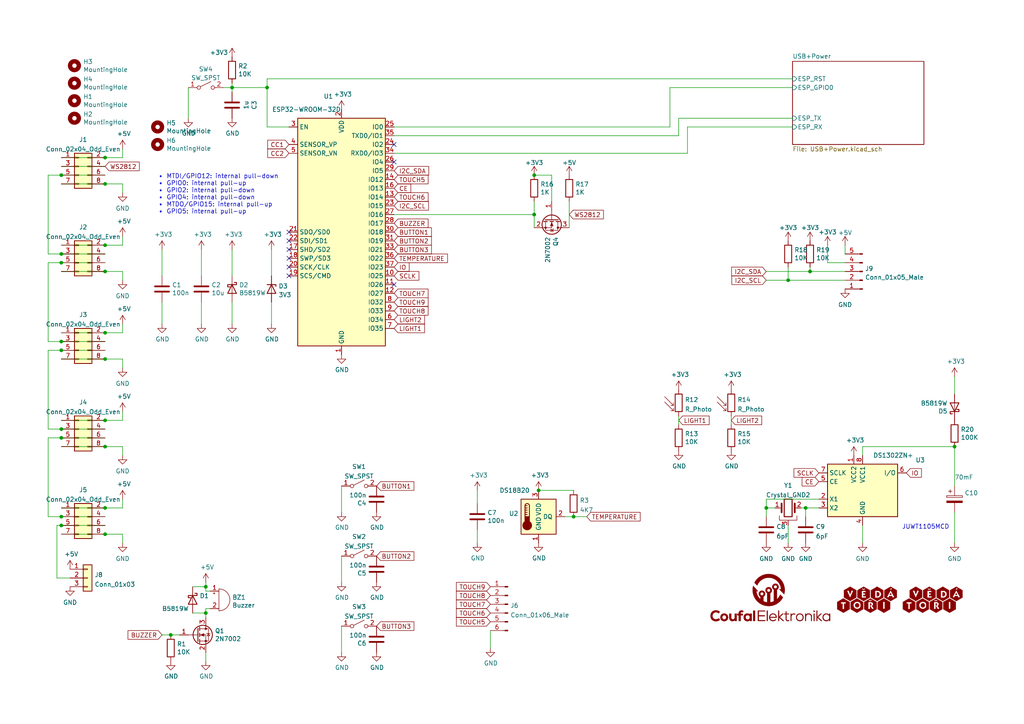
<source format=kicad_sch>
(kicad_sch (version 20211123) (generator eeschema)
  (paper "A4")
  (lib_symbols
    (symbol "Connector:Conn_01x05_Male" (pin_names (offset 1.016) hide)
      (property "Reference" "J" (at 0 7.62 0))
      (property "Value" "Conn_01x05_Male" (at 0 -7.62 0))
      (symbol "Conn_01x05_Male_1_1"
        (pin passive line (at 5.08 5.08 180) (length 3.81) (name "Pin_1") (number "1"))
        (pin passive line (at 5.08 2.54 180) (length 3.81) (name "Pin_2") (number "2"))
        (pin passive line (at 5.08 0 180) (length 3.81) (name "Pin_3") (number "3"))
        (pin passive line (at 5.08 -2.54 180) (length 3.81) (name "Pin_4") (number "4"))
        (pin passive line (at 5.08 -5.08 180) (length 3.81) (name "Pin_5") (number "5"))
      )
    )
    (symbol "Connector:Conn_01x06_Male" (pin_names (offset 1.016) hide)
      (property "Reference" "J" (at 0 7.62 0))
      (property "Value" "Conn_01x06_Male" (at 0 -10.16 0))
      (symbol "Conn_01x06_Male_1_1"
        (pin passive line (at 5.08 5.08 180) (length 3.81) (name "Pin_1") (number "1"))
        (pin passive line (at 5.08 2.54 180) (length 3.81) (name "Pin_2") (number "2"))
        (pin passive line (at 5.08 0 180) (length 3.81) (name "Pin_3") (number "3"))
        (pin passive line (at 5.08 -2.54 180) (length 3.81) (name "Pin_4") (number "4"))
        (pin passive line (at 5.08 -5.08 180) (length 3.81) (name "Pin_5") (number "5"))
        (pin passive line (at 5.08 -7.62 180) (length 3.81) (name "Pin_6") (number "6"))
      )
    )
    (symbol "Connector_Generic:Conn_01x03" (pin_names (offset 1.016) hide)
      (property "Reference" "J" (at 0 5.08 0))
      (property "Value" "Conn_01x03" (at 0 -5.08 0))
      (symbol "Conn_01x03_1_1"
        (pin passive line (at -5.08 2.54 0) (length 3.81) (name "Pin_1") (number "1"))
        (pin passive line (at -5.08 0 0) (length 3.81) (name "Pin_2") (number "2"))
        (pin passive line (at -5.08 -2.54 0) (length 3.81) (name "Pin_3") (number "3"))
      )
    )
    (symbol "Connector_Generic:Conn_02x04_Odd_Even" (pin_names (offset 1.016) hide)
      (property "Reference" "J" (at 1.27 5.08 0))
      (property "Value" "Conn_02x04_Odd_Even" (at 1.27 -7.62 0))
      (symbol "Conn_02x04_Odd_Even_1_1"
        (pin passive line (at -5.08 2.54 0) (length 3.81) (name "Pin_1") (number "1"))
        (pin passive line (at 7.62 2.54 180) (length 3.81) (name "Pin_2") (number "2"))
        (pin passive line (at -5.08 0 0) (length 3.81) (name "Pin_3") (number "3"))
        (pin passive line (at 7.62 0 180) (length 3.81) (name "Pin_4") (number "4"))
        (pin passive line (at -5.08 -2.54 0) (length 3.81) (name "Pin_5") (number "5"))
        (pin passive line (at 7.62 -2.54 180) (length 3.81) (name "Pin_6") (number "6"))
        (pin passive line (at -5.08 -5.08 0) (length 3.81) (name "Pin_7") (number "7"))
        (pin passive line (at 7.62 -5.08 180) (length 3.81) (name "Pin_8") (number "8"))
      )
    )
    (symbol "Device:Buzzer" (pin_names (offset 0.0254) hide)
      (property "Reference" "BZ" (at 3.81 1.27 0))
      (property "Value" "Buzzer" (at 3.81 -1.27 0))
      (symbol "Buzzer_1_1"
        (pin passive line (at -2.54 2.54 0) (length 2.54) (name "-") (number "1"))
        (pin passive line (at -2.54 -2.54 0) (length 2.54) (name "+") (number "2"))
      )
    )
    (symbol "Device:C" (pin_numbers hide) (pin_names (offset 0.254))
      (property "Reference" "C" (at 0.635 2.54 0))
      (property "Value" "C" (at 0.635 -2.54 0))
      (symbol "C_1_1"
        (pin passive line (at 0 3.81 270) (length 2.794) (name "~") (number "1"))
        (pin passive line (at 0 -3.81 90) (length 2.794) (name "~") (number "2"))
      )
    )
    (symbol "Device:C_Polarized" (pin_numbers hide) (pin_names (offset 0.254))
      (property "Reference" "C" (at 0.635 2.54 0))
      (property "Value" "C_Polarized" (at 0.635 -2.54 0))
      (symbol "C_Polarized_1_1"
        (pin passive line (at 0 3.81 270) (length 2.794) (name "~") (number "1"))
        (pin passive line (at 0 -3.81 90) (length 2.794) (name "~") (number "2"))
      )
    )
    (symbol "Device:Crystal_GND3" (pin_names (offset 1.016) hide)
      (property "Reference" "Y" (at 0 5.715 0))
      (property "Value" "Crystal_GND3" (at 0 3.81 0))
      (symbol "Crystal_GND3_1_1"
        (pin passive line (at -3.81 0 0) (length 1.27) (name "1") (number "1"))
        (pin passive line (at 3.81 0 180) (length 1.27) (name "2") (number "2"))
        (pin passive line (at 0 -5.08 90) (length 1.27) (name "3") (number "3"))
      )
    )
    (symbol "Device:D_Schottky" (pin_numbers hide) (pin_names (offset 1.016) hide)
      (property "Reference" "D" (at 0 2.54 0))
      (property "Value" "D_Schottky" (at 0 -2.54 0))
      (symbol "D_Schottky_1_1"
        (pin passive line (at -3.81 0 0) (length 2.54) (name "K") (number "1"))
        (pin passive line (at 3.81 0 180) (length 2.54) (name "A") (number "2"))
      )
    )
    (symbol "Device:D_Zener" (pin_numbers hide) (pin_names (offset 1.016) hide)
      (property "Reference" "D" (at 0 2.54 0))
      (property "Value" "D_Zener" (at 0 -2.54 0))
      (symbol "D_Zener_1_1"
        (pin passive line (at -3.81 0 0) (length 2.54) (name "K") (number "1"))
        (pin passive line (at 3.81 0 180) (length 2.54) (name "A") (number "2"))
      )
    )
    (symbol "Device:R" (pin_numbers hide) (pin_names (offset 0))
      (property "Reference" "R" (at 2.032 0 90))
      (property "Value" "R" (at 0 0 90))
      (symbol "R_1_1"
        (pin passive line (at 0 3.81 270) (length 1.27) (name "~") (number "1"))
        (pin passive line (at 0 -3.81 90) (length 1.27) (name "~") (number "2"))
      )
    )
    (symbol "Device:R_Photo" (pin_numbers hide) (pin_names (offset 0))
      (property "Reference" "R" (at 1.27 1.27 0))
      (property "Value" "R_Photo" (at 1.27 0 0))
      (symbol "R_Photo_1_1"
        (pin passive line (at 0 3.81 270) (length 1.27) (name "~") (number "1"))
        (pin passive line (at 0 -3.81 90) (length 1.27) (name "~") (number "2"))
      )
    )
    (symbol "Mechanical:MountingHole" (pin_names (offset 1.016))
      (property "Reference" "H" (at 0 5.08 0))
      (property "Value" "MountingHole" (at 0 3.175 0))
    )
    (symbol "RF_Module:ESP32-WROOM-32D"
      (property "Reference" "U" (at -12.7 34.29 0))
      (property "Value" "ESP32-WROOM-32D" (at 1.27 34.29 0))
      (symbol "ESP32-WROOM-32D_1_1"
        (pin power_in line (at 0 -35.56 90) (length 2.54) (name "GND") (number "1"))
        (pin bidirectional line (at 15.24 -12.7 180) (length 2.54) (name "IO25") (number "10"))
        (pin bidirectional line (at 15.24 -15.24 180) (length 2.54) (name "IO26") (number "11"))
        (pin bidirectional line (at 15.24 -17.78 180) (length 2.54) (name "IO27") (number "12"))
        (pin bidirectional line (at 15.24 10.16 180) (length 2.54) (name "IO14") (number "13"))
        (pin bidirectional line (at 15.24 15.24 180) (length 2.54) (name "IO12") (number "14"))
        (pin passive line (at 0 -35.56 90) (length 2.54) hide (name "GND") (number "15"))
        (pin bidirectional line (at 15.24 12.7 180) (length 2.54) (name "IO13") (number "16"))
        (pin bidirectional line (at -15.24 -5.08 0) (length 2.54) (name "SHD/SD2") (number "17"))
        (pin bidirectional line (at -15.24 -7.62 0) (length 2.54) (name "SWP/SD3") (number "18"))
        (pin bidirectional line (at -15.24 -12.7 0) (length 2.54) (name "SCS/CMD") (number "19"))
        (pin power_in line (at 0 35.56 270) (length 2.54) (name "VDD") (number "2"))
        (pin bidirectional line (at -15.24 -10.16 0) (length 2.54) (name "SCK/CLK") (number "20"))
        (pin bidirectional line (at -15.24 0 0) (length 2.54) (name "SDO/SD0") (number "21"))
        (pin bidirectional line (at -15.24 -2.54 0) (length 2.54) (name "SDI/SD1") (number "22"))
        (pin bidirectional line (at 15.24 7.62 180) (length 2.54) (name "IO15") (number "23"))
        (pin bidirectional line (at 15.24 25.4 180) (length 2.54) (name "IO2") (number "24"))
        (pin bidirectional line (at 15.24 30.48 180) (length 2.54) (name "IO0") (number "25"))
        (pin bidirectional line (at 15.24 20.32 180) (length 2.54) (name "IO4") (number "26"))
        (pin bidirectional line (at 15.24 5.08 180) (length 2.54) (name "IO16") (number "27"))
        (pin bidirectional line (at 15.24 2.54 180) (length 2.54) (name "IO17") (number "28"))
        (pin bidirectional line (at 15.24 17.78 180) (length 2.54) (name "IO5") (number "29"))
        (pin input line (at -15.24 30.48 0) (length 2.54) (name "EN") (number "3"))
        (pin bidirectional line (at 15.24 0 180) (length 2.54) (name "IO18") (number "30"))
        (pin bidirectional line (at 15.24 -2.54 180) (length 2.54) (name "IO19") (number "31"))
        (pin no_connect line (at -12.7 -27.94 0) (length 2.54) hide (name "NC") (number "32"))
        (pin bidirectional line (at 15.24 -5.08 180) (length 2.54) (name "IO21") (number "33"))
        (pin bidirectional line (at 15.24 22.86 180) (length 2.54) (name "RXD0/IO3") (number "34"))
        (pin bidirectional line (at 15.24 27.94 180) (length 2.54) (name "TXD0/IO1") (number "35"))
        (pin bidirectional line (at 15.24 -7.62 180) (length 2.54) (name "IO22") (number "36"))
        (pin bidirectional line (at 15.24 -10.16 180) (length 2.54) (name "IO23") (number "37"))
        (pin passive line (at 0 -35.56 90) (length 2.54) hide (name "GND") (number "38"))
        (pin passive line (at 0 -35.56 90) (length 2.54) hide (name "GND") (number "39"))
        (pin input line (at -15.24 25.4 0) (length 2.54) (name "SENSOR_VP") (number "4"))
        (pin input line (at -15.24 22.86 0) (length 2.54) (name "SENSOR_VN") (number "5"))
        (pin input line (at 15.24 -25.4 180) (length 2.54) (name "IO34") (number "6"))
        (pin input line (at 15.24 -27.94 180) (length 2.54) (name "IO35") (number "7"))
        (pin bidirectional line (at 15.24 -20.32 180) (length 2.54) (name "IO32") (number "8"))
        (pin bidirectional line (at 15.24 -22.86 180) (length 2.54) (name "IO33") (number "9"))
      )
    )
    (symbol "Sensor_Temperature:DS18B20" (pin_names (offset 1.016))
      (property "Reference" "U" (at -3.81 6.35 0))
      (property "Value" "DS18B20" (at 6.35 6.35 0))
      (symbol "DS18B20_1_1"
        (pin power_in line (at 0 -7.62 90) (length 2.54) (name "GND") (number "1"))
        (pin bidirectional line (at 7.62 0 180) (length 2.54) (name "DQ") (number "2"))
        (pin power_in line (at 0 7.62 270) (length 2.54) (name "VDD") (number "3"))
      )
    )
    (symbol "Switch:SW_SPST" (pin_names (offset 0) hide)
      (property "Reference" "SW" (at 0 3.175 0))
      (property "Value" "SW_SPST" (at 0 -2.54 0))
      (symbol "SW_SPST_1_1"
        (pin passive line (at -5.08 0 0) (length 2.54) (name "A") (number "1"))
        (pin passive line (at 5.08 0 180) (length 2.54) (name "B") (number "2"))
      )
    )
    (symbol "Time-O-Mat_Library:CoufalElektronika_logo" (pin_names (offset 1.016)))
    (symbol "Time-O-Mat_Library:Vedatori_logo" (pin_names (offset 1.016)))
    (symbol "Timer_RTC:DS1302ZN+"
      (property "Reference" "U" (at -8.89 8.89 0))
      (property "Value" "DS1302ZN+" (at 6.35 8.89 0))
      (symbol "DS1302ZN+_1_1"
        (pin power_in line (at -2.54 10.16 270) (length 2.54) (name "VCC2") (number "1"))
        (pin input line (at -12.7 -2.54 0) (length 2.54) (name "X1") (number "2"))
        (pin input line (at -12.7 -5.08 0) (length 2.54) (name "X2") (number "3"))
        (pin power_in line (at 0 -10.16 90) (length 2.54) (name "GND") (number "4"))
        (pin input line (at -12.7 2.54 0) (length 2.54) (name "CE") (number "5"))
        (pin bidirectional line (at 12.7 5.08 180) (length 2.54) (name "I/O") (number "6"))
        (pin input line (at -12.7 5.08 0) (length 2.54) (name "SCLK") (number "7"))
        (pin power_in line (at 0 10.16 270) (length 2.54) (name "VCC1") (number "8"))
      )
    )
    (symbol "Transistor_FET:2N7002" (pin_names hide)
      (property "Reference" "Q" (at 5.08 1.905 0))
      (property "Value" "2N7002" (at 5.08 0 0))
      (symbol "2N7002_1_1"
        (pin input line (at -5.08 0 0) (length 2.54) (name "G") (number "1"))
        (pin passive line (at 2.54 -5.08 90) (length 2.54) (name "S") (number "2"))
        (pin passive line (at 2.54 5.08 270) (length 2.54) (name "D") (number "3"))
      )
    )
    (symbol "power:+3V3" (power) (pin_names (offset 0))
      (property "Value" "+3V3" (at 0 3.556 0))
      (symbol "+3V3_1_1"
        (pin power_in line (at 0 0 90) (length 0) hide (name "+3V3") (number "1"))
      )
    )
    (symbol "power:+5V" (power) (pin_names (offset 0))
      (property "Value" "+5V" (at 0 3.556 0))
      (symbol "+5V_1_1"
        (pin power_in line (at 0 0 90) (length 0) hide (name "+5V") (number "1"))
      )
    )
    (symbol "power:GND" (power) (pin_names (offset 0))
      (property "Value" "GND" (at 0 -3.81 0))
      (symbol "GND_1_1"
        (pin power_in line (at 0 0 270) (length 0) hide (name "GND") (number "1"))
      )
    )
  )
  (junction (at 17.78 152.4))
  (junction (at 30.48 53.34))
  (junction (at 59.69 170.18))
  (junction (at 49.53 184.15))
  (junction (at 222.25 147.32))
  (junction (at 156.21 142.24))
  (junction (at 30.48 121.92))
  (junction (at 17.78 99.06))
  (junction (at 30.48 96.52))
  (junction (at 233.68 147.32))
  (junction (at 17.78 73.66))
  (junction (at 17.78 124.46))
  (junction (at 154.94 50.8))
  (junction (at 30.48 104.14))
  (junction (at 166.37 149.86))
  (junction (at 30.48 78.74))
  (junction (at 77.47 25.4))
  (junction (at 228.6 81.28))
  (junction (at 276.86 129.54))
  (junction (at 17.78 127))
  (junction (at 17.78 76.2))
  (junction (at 30.48 147.32))
  (junction (at 30.48 71.12))
  (junction (at 17.78 101.6))
  (junction (at 17.78 50.8))
  (junction (at 234.95 78.74))
  (junction (at 17.78 149.86))
  (junction (at 30.48 45.72))
  (junction (at 30.48 129.54))
  (junction (at 30.48 154.94))
  (junction (at 59.69 177.8))
  (junction (at 154.94 62.23))
  (junction (at 67.31 25.4))
  (no_connect (at 83.82 69.85))
  (no_connect (at 114.3 82.55))
  (no_connect (at 83.82 72.39))
  (no_connect (at 83.82 74.93))
  (no_connect (at 114.3 46.99))
  (no_connect (at 83.82 80.01))
  (no_connect (at 114.3 41.91))
  (no_connect (at 83.82 77.47))
  (no_connect (at 83.82 67.31))
  (wire (pts (xy 77.47 36.83) (xy 77.47 25.4)))
  (wire (pts (xy 35.56 55.88) (xy 35.56 53.34)))
  (wire (pts (xy 229.87 25.4) (xy 194.31 25.4)))
  (wire (pts (xy 35.56 129.54) (xy 30.48 129.54)))
  (wire (pts (xy 250.19 129.54) (xy 250.19 132.08)))
  (wire (pts (xy 17.78 78.74) (xy 30.48 78.74)))
  (wire (pts (xy 237.49 144.78) (xy 222.25 144.78)))
  (wire (pts (xy 67.31 25.4) (xy 77.47 25.4)))
  (wire (pts (xy 13.97 124.46) (xy 17.78 124.46)))
  (wire (pts (xy 17.78 50.8) (xy 13.97 50.8)))
  (wire (pts (xy 59.69 191.77) (xy 59.69 189.23)))
  (wire (pts (xy 138.43 153.67) (xy 138.43 157.48)))
  (wire (pts (xy 64.77 25.4) (xy 67.31 25.4)))
  (wire (pts (xy 17.78 152.4) (xy 30.48 152.4)))
  (wire (pts (xy 30.48 121.92) (xy 35.56 121.92)))
  (wire (pts (xy 60.96 176.53) (xy 59.69 176.53)))
  (wire (pts (xy 163.83 149.86) (xy 166.37 149.86)))
  (wire (pts (xy 160.02 50.8) (xy 154.94 50.8)))
  (wire (pts (xy 78.74 72.39) (xy 78.74 80.01)))
  (wire (pts (xy 224.79 147.32) (xy 222.25 147.32)))
  (wire (pts (xy 30.48 71.12) (xy 35.56 71.12)))
  (wire (pts (xy 276.86 148.59) (xy 276.86 157.48)))
  (wire (pts (xy 276.86 114.3) (xy 276.86 109.22)))
  (wire (pts (xy 142.24 182.88) (xy 142.24 187.96)))
  (wire (pts (xy 222.25 81.28) (xy 228.6 81.28)))
  (wire (pts (xy 77.47 22.86) (xy 229.87 22.86)))
  (wire (pts (xy 17.78 154.94) (xy 30.48 154.94)))
  (wire (pts (xy 114.3 62.23) (xy 154.94 62.23)))
  (wire (pts (xy 17.78 48.26) (xy 30.48 48.26)))
  (wire (pts (xy 13.97 101.6) (xy 13.97 124.46)))
  (wire (pts (xy 245.11 71.12) (xy 245.11 73.66)))
  (wire (pts (xy 196.85 34.29) (xy 196.85 39.37)))
  (wire (pts (xy 59.69 171.45) (xy 60.96 171.45)))
  (wire (pts (xy 154.94 58.42) (xy 154.94 62.23)))
  (wire (pts (xy 13.97 99.06) (xy 17.78 99.06)))
  (wire (pts (xy 138.43 146.05) (xy 138.43 142.24)))
  (wire (pts (xy 59.69 170.18) (xy 55.88 170.18)))
  (wire (pts (xy 212.09 120.65) (xy 212.09 123.19)))
  (wire (pts (xy 35.56 121.92) (xy 35.56 119.38)))
  (wire (pts (xy 17.78 45.72) (xy 30.48 45.72)))
  (wire (pts (xy 222.25 147.32) (xy 222.25 149.86)))
  (wire (pts (xy 67.31 93.98) (xy 67.31 87.63)))
  (wire (pts (xy 13.97 127) (xy 13.97 149.86)))
  (wire (pts (xy 17.78 99.06) (xy 30.48 99.06)))
  (wire (pts (xy 35.56 154.94) (xy 30.48 154.94)))
  (wire (pts (xy 35.56 106.68) (xy 35.56 104.14)))
  (wire (pts (xy 67.31 80.01) (xy 67.31 72.39)))
  (wire (pts (xy 233.68 147.32) (xy 233.68 149.86)))
  (wire (pts (xy 229.87 36.83) (xy 199.39 36.83)))
  (wire (pts (xy 35.56 71.12) (xy 35.56 68.58)))
  (wire (pts (xy 35.56 104.14) (xy 30.48 104.14)))
  (wire (pts (xy 30.48 147.32) (xy 35.56 147.32)))
  (wire (pts (xy 30.48 45.72) (xy 35.56 45.72)))
  (wire (pts (xy 59.69 168.91) (xy 59.69 170.18)))
  (wire (pts (xy 228.6 152.4) (xy 228.6 157.48)))
  (wire (pts (xy 232.41 147.32) (xy 233.68 147.32)))
  (wire (pts (xy 67.31 26.67) (xy 67.31 25.4)))
  (wire (pts (xy 99.06 181.61) (xy 99.06 189.23)))
  (wire (pts (xy 17.78 71.12) (xy 30.48 71.12)))
  (wire (pts (xy 199.39 44.45) (xy 114.3 44.45)))
  (wire (pts (xy 17.78 147.32) (xy 30.48 147.32)))
  (wire (pts (xy 196.85 39.37) (xy 114.3 39.37)))
  (wire (pts (xy 46.99 80.01) (xy 46.99 72.39)))
  (wire (pts (xy 199.39 36.83) (xy 199.39 44.45)))
  (wire (pts (xy 13.97 73.66) (xy 17.78 73.66)))
  (wire (pts (xy 240.03 76.2) (xy 240.03 71.12)))
  (wire (pts (xy 17.78 101.6) (xy 30.48 101.6)))
  (wire (pts (xy 17.78 104.14) (xy 30.48 104.14)))
  (wire (pts (xy 17.78 121.92) (xy 30.48 121.92)))
  (wire (pts (xy 49.53 184.15) (xy 46.99 184.15)))
  (wire (pts (xy 17.78 76.2) (xy 30.48 76.2)))
  (wire (pts (xy 99.06 140.97) (xy 99.06 148.59)))
  (wire (pts (xy 234.95 78.74) (xy 245.11 78.74)))
  (wire (pts (xy 17.78 53.34) (xy 30.48 53.34)))
  (wire (pts (xy 17.78 76.2) (xy 13.97 76.2)))
  (wire (pts (xy 46.99 87.63) (xy 46.99 93.98)))
  (wire (pts (xy 16.51 167.64) (xy 16.51 152.4)))
  (wire (pts (xy 234.95 77.47) (xy 234.95 78.74)))
  (wire (pts (xy 196.85 120.65) (xy 196.85 123.19)))
  (wire (pts (xy 35.56 78.74) (xy 30.48 78.74)))
  (wire (pts (xy 194.31 25.4) (xy 194.31 36.83)))
  (wire (pts (xy 20.32 167.64) (xy 16.51 167.64)))
  (wire (pts (xy 13.97 50.8) (xy 13.97 73.66)))
  (wire (pts (xy 233.68 147.32) (xy 237.49 147.32)))
  (wire (pts (xy 166.37 149.86) (xy 170.18 149.86)))
  (wire (pts (xy 222.25 144.78) (xy 222.25 147.32)))
  (wire (pts (xy 13.97 149.86) (xy 17.78 149.86)))
  (wire (pts (xy 245.11 76.2) (xy 240.03 76.2)))
  (wire (pts (xy 58.42 72.39) (xy 58.42 80.01)))
  (wire (pts (xy 17.78 50.8) (xy 30.48 50.8)))
  (wire (pts (xy 30.48 96.52) (xy 35.56 96.52)))
  (wire (pts (xy 54.61 25.4) (xy 54.61 34.29)))
  (wire (pts (xy 156.21 142.24) (xy 166.37 142.24)))
  (wire (pts (xy 13.97 76.2) (xy 13.97 99.06)))
  (wire (pts (xy 17.78 127) (xy 13.97 127)))
  (wire (pts (xy 17.78 96.52) (xy 30.48 96.52)))
  (wire (pts (xy 77.47 25.4) (xy 77.47 22.86)))
  (wire (pts (xy 160.02 58.42) (xy 160.02 50.8)))
  (wire (pts (xy 228.6 81.28) (xy 245.11 81.28)))
  (wire (pts (xy 250.19 152.4) (xy 250.19 157.48)))
  (wire (pts (xy 59.69 177.8) (xy 55.88 177.8)))
  (wire (pts (xy 58.42 87.63) (xy 58.42 93.98)))
  (wire (pts (xy 229.87 34.29) (xy 196.85 34.29)))
  (wire (pts (xy 17.78 127) (xy 30.48 127)))
  (wire (pts (xy 194.31 36.83) (xy 114.3 36.83)))
  (wire (pts (xy 35.56 132.08) (xy 35.56 129.54)))
  (wire (pts (xy 17.78 149.86) (xy 30.48 149.86)))
  (wire (pts (xy 17.78 73.66) (xy 30.48 73.66)))
  (wire (pts (xy 99.06 161.29) (xy 99.06 168.91)))
  (wire (pts (xy 59.69 176.53) (xy 59.69 177.8)))
  (wire (pts (xy 83.82 36.83) (xy 77.47 36.83)))
  (wire (pts (xy 17.78 129.54) (xy 30.48 129.54)))
  (wire (pts (xy 35.56 53.34) (xy 30.48 53.34)))
  (wire (pts (xy 276.86 129.54) (xy 250.19 129.54)))
  (wire (pts (xy 165.1 58.42) (xy 165.1 66.04)))
  (wire (pts (xy 35.56 147.32) (xy 35.56 144.78)))
  (wire (pts (xy 16.51 152.4) (xy 17.78 152.4)))
  (wire (pts (xy 17.78 101.6) (xy 13.97 101.6)))
  (wire (pts (xy 222.25 78.74) (xy 234.95 78.74)))
  (wire (pts (xy 154.94 62.23) (xy 154.94 66.04)))
  (wire (pts (xy 59.69 170.18) (xy 59.69 171.45)))
  (wire (pts (xy 78.74 87.63) (xy 78.74 93.98)))
  (wire (pts (xy 35.56 96.52) (xy 35.56 93.98)))
  (wire (pts (xy 276.86 140.97) (xy 276.86 129.54)))
  (wire (pts (xy 35.56 157.48) (xy 35.56 154.94)))
  (wire (pts (xy 52.07 184.15) (xy 49.53 184.15)))
  (wire (pts (xy 17.78 124.46) (xy 30.48 124.46)))
  (wire (pts (xy 59.69 177.8) (xy 59.69 179.07)))
  (wire (pts (xy 35.56 81.28) (xy 35.56 78.74)))
  (wire (pts (xy 35.56 45.72) (xy 35.56 43.18)))
  (wire (pts (xy 67.31 25.4) (xy 67.31 24.13)))
  (wire (pts (xy 228.6 77.47) (xy 228.6 81.28)))
  (text "JUWT1105MCD" (at 261.62 153.67 0) (effects (font (size 1.27 1.27)) (justify left bottom)))
  (text "• MTDI/GPIO12: internal pull-down\n• GPIO0: internal pull-up\n• GPIO2: internal pull-down\n• GPIO4: internal pull-down\n• MTDO/GPIO15: internal pull-up\n• GPIO5: internal pull-up" (at 45.72 62.23 0) (effects (font (size 1.27 1.27)) (justify left bottom)))
  (global_label "CC1" (shape input) (at 83.82 41.91 180) (property "Intersheet References" "${INTERSHEET_REFS}" (effects hide)))
  (global_label "I2C_SDA" (shape input) (at 114.3 49.53 0) (property "Intersheet References" "${INTERSHEET_REFS}" (effects hide)))
  (global_label "LIGHT2" (shape input) (at 114.3 92.71 0) (property "Intersheet References" "${INTERSHEET_REFS}" (effects hide)))
  (global_label "I2C_SCL" (shape input) (at 114.3 59.69 0) (property "Intersheet References" "${INTERSHEET_REFS}" (effects hide)))
  (global_label "BUZZER" (shape input) (at 46.99 184.15 180) (property "Intersheet References" "${INTERSHEET_REFS}" (effects hide)))
  (global_label "TOUCH7" (shape input) (at 114.3 85.09 0) (property "Intersheet References" "${INTERSHEET_REFS}" (effects hide)))
  (global_label "BUTTON2" (shape input) (at 109.22 161.29 0) (property "Intersheet References" "${INTERSHEET_REFS}" (effects hide)))
  (global_label "TOUCH5" (shape input) (at 114.3 52.07 0) (property "Intersheet References" "${INTERSHEET_REFS}" (effects hide)))
  (global_label "WS2812" (shape input) (at 30.48 48.26 0) (property "Intersheet References" "${INTERSHEET_REFS}" (effects hide)))
  (global_label "SCLK" (shape input) (at 114.3 80.01 0) (property "Intersheet References" "${INTERSHEET_REFS}" (effects hide)))
  (global_label "BUTTON3" (shape input) (at 114.3 72.39 0) (property "Intersheet References" "${INTERSHEET_REFS}" (effects hide)))
  (global_label "CC2" (shape input) (at 83.82 44.45 180) (property "Intersheet References" "${INTERSHEET_REFS}" (effects hide)))
  (global_label "TOUCH6" (shape input) (at 142.24 177.8 180) (property "Intersheet References" "${INTERSHEET_REFS}" (effects hide)))
  (global_label "TEMPERATURE" (shape input) (at 170.18 149.86 0) (property "Intersheet References" "${INTERSHEET_REFS}" (effects hide)))
  (global_label "IO" (shape input) (at 262.89 137.16 0) (property "Intersheet References" "${INTERSHEET_REFS}" (effects hide)))
  (global_label "TOUCH8" (shape input) (at 114.3 90.17 0) (property "Intersheet References" "${INTERSHEET_REFS}" (effects hide)))
  (global_label "WS2812" (shape input) (at 165.1 62.23 0) (property "Intersheet References" "${INTERSHEET_REFS}" (effects hide)))
  (global_label "IO" (shape input) (at 114.3 77.47 0) (property "Intersheet References" "${INTERSHEET_REFS}" (effects hide)))
  (global_label "TOUCH6" (shape input) (at 114.3 57.15 0) (property "Intersheet References" "${INTERSHEET_REFS}" (effects hide)))
  (global_label "CE" (shape input) (at 114.3 54.61 0) (property "Intersheet References" "${INTERSHEET_REFS}" (effects hide)))
  (global_label "TOUCH9" (shape input) (at 142.24 170.18 180) (property "Intersheet References" "${INTERSHEET_REFS}" (effects hide)))
  (global_label "CE" (shape input) (at 237.49 139.7 180) (property "Intersheet References" "${INTERSHEET_REFS}" (effects hide)))
  (global_label "BUTTON3" (shape input) (at 109.22 181.61 0) (property "Intersheet References" "${INTERSHEET_REFS}" (effects hide)))
  (global_label "TOUCH9" (shape input) (at 114.3 87.63 0) (property "Intersheet References" "${INTERSHEET_REFS}" (effects hide)))
  (global_label "BUTTON1" (shape input) (at 109.22 140.97 0) (property "Intersheet References" "${INTERSHEET_REFS}" (effects hide)))
  (global_label "I2C_SDA" (shape input) (at 222.25 78.74 180) (property "Intersheet References" "${INTERSHEET_REFS}" (effects hide)))
  (global_label "SCLK" (shape input) (at 237.49 137.16 180) (property "Intersheet References" "${INTERSHEET_REFS}" (effects hide)))
  (global_label "LIGHT1" (shape input) (at 114.3 95.25 0) (property "Intersheet References" "${INTERSHEET_REFS}" (effects hide)))
  (global_label "BUZZER" (shape input) (at 114.3 64.77 0) (property "Intersheet References" "${INTERSHEET_REFS}" (effects hide)))
  (global_label "BUTTON1" (shape input) (at 114.3 67.31 0) (property "Intersheet References" "${INTERSHEET_REFS}" (effects hide)))
  (global_label "BUTTON2" (shape input) (at 114.3 69.85 0) (property "Intersheet References" "${INTERSHEET_REFS}" (effects hide)))
  (global_label "LIGHT1" (shape input) (at 196.85 121.92 0) (property "Intersheet References" "${INTERSHEET_REFS}" (effects hide)))
  (global_label "TEMPERATURE" (shape input) (at 114.3 74.93 0) (property "Intersheet References" "${INTERSHEET_REFS}" (effects hide)))
  (global_label "I2C_SCL" (shape input) (at 222.25 81.28 180) (property "Intersheet References" "${INTERSHEET_REFS}" (effects hide)))
  (global_label "TOUCH7" (shape input) (at 142.24 175.26 180) (property "Intersheet References" "${INTERSHEET_REFS}" (effects hide)))
  (global_label "LIGHT2" (shape input) (at 212.09 121.92 0) (property "Intersheet References" "${INTERSHEET_REFS}" (effects hide)))
  (global_label "TOUCH5" (shape input) (at 142.24 180.34 180) (property "Intersheet References" "${INTERSHEET_REFS}" (effects hide)))
  (global_label "TOUCH8" (shape input) (at 142.24 172.72 180) (property "Intersheet References" "${INTERSHEET_REFS}" (effects hide)))
  (symbol (lib_id "Connector_Generic:Conn_02x04_Odd_Even") (at 22.86 124.46 0) (unit 1)
    (property "Reference" "J4" (at 24.13 116.6835 0))
    (property "Value" "Conn_02x04_Odd_Even" (at 24.13 119.4586 0))
    (property "Footprint" "Connector_PinHeader_2.54mm:PinHeader_2x04_P2.54mm_Vertical" (effects hide))
  )
  (symbol (lib_id "power:+5V") (at 59.69 168.91 0) (unit 1)
    (property "Reference" "#PWR0124" (effects hide))
    (property "Value" "+5V" (at 60.071 164.5158 0))
  )
  (symbol (lib_id "Switch:SW_SPST") (at 104.14 161.29 0) (unit 1)
    (property "Reference" "SW2" (at 104.14 155.6725 0))
    (property "Value" "SW_SPST" (at 104.14 158.4476 0))
    (property "Footprint" "Button_Switch_THT:SW_Tactile_SPST_Angled_PTS645Vx83-2LFS" (effects hide))
  )
  (symbol (lib_id "Transistor_FET:2N7002") (at 160.02 63.5 270) (unit 1)
    (property "Reference" "Q4" (at 161.1884 68.6816 0) (effects (justify left)))
    (property "Value" "2N7002" (at 158.877 68.6816 0) (effects (justify left)))
    (property "Footprint" "Package_TO_SOT_SMD:SOT-23" (effects hide))
    (property "Datasheet" "https://www.onsemi.com/pub/Collateral/NDS7002A-D.PDF" (effects hide))
    (property "LCSC" "C8545" (effects hide))
  )
  (symbol (lib_id "power:+3V3") (at 234.95 69.85 0) (unit 1)
    (property "Reference" "#PWR0170" (effects hide))
    (property "Value" "+3V3" (at 234.95 66.04 0))
  )
  (symbol (lib_id "power:GND") (at 109.22 148.59 0) (unit 1)
    (property "Reference" "#PWR0106" (effects hide))
    (property "Value" "GND" (at 109.347 152.9842 0))
  )
  (symbol (lib_id "power:GND") (at 35.56 157.48 0) (unit 1)
    (property "Reference" "#PWR0126" (effects hide))
    (property "Value" "GND" (at 35.56 162.0425 0))
  )
  (symbol (lib_id "Switch:SW_SPST") (at 59.69 25.4 0) (unit 1)
    (property "Reference" "SW4" (at 59.69 20.0492 0))
    (property "Value" "SW_SPST" (at 59.69 22.5861 0))
    (property "Footprint" "Button_Switch_SMD:SW_SPST_TL3342" (effects hide))
    (property "LCSC" "C318884" (effects hide))
  )
  (symbol (lib_id "Device:C") (at 233.68 153.67 0) (unit 1)
    (property "Reference" "C9" (at 236.601 152.7615 0) (effects (justify left)))
    (property "Value" "6pF" (at 236.601 155.5366 0) (effects (justify left)))
    (property "Footprint" "Capacitor_SMD:C_0603_1608Metric" (effects hide))
    (property "LCSC" "C37474" (effects hide))
  )
  (symbol (lib_id "Connector_Generic:Conn_01x03") (at 25.4 167.64 0) (unit 1)
    (property "Reference" "J8" (at 27.432 166.7315 0) (effects (justify left)))
    (property "Value" "Conn_01x03" (at 27.432 169.5066 0) (effects (justify left)))
    (property "Footprint" "Connector_PinHeader_2.54mm:PinHeader_1x03_P2.54mm_Vertical" (effects hide))
  )
  (symbol (lib_id "Timer_RTC:DS1302ZN+") (at 250.19 142.24 0) (unit 1)
    (property "Reference" "U3" (at 266.9064 133.4348 0))
    (property "Value" "DS1302ZN+" (at 259.08 132.08 0))
    (property "Footprint" "Package_SO:SOIC-8_3.9x4.9mm_P1.27mm" (effects hide))
    (property "Datasheet" "https://datasheets.maximintegrated.com/en/ds/DS1302.pdf" (effects hide))
    (property "LCSC" "C910859" (effects hide))
  )
  (symbol (lib_id "power:GND") (at 35.56 106.68 0) (unit 1)
    (property "Reference" "#PWR0101" (effects hide))
    (property "Value" "GND" (at 35.56 111.2425 0))
  )
  (symbol (lib_id "power:+3V3") (at 138.43 142.24 0) (unit 1)
    (property "Reference" "#PWR0137" (effects hide))
    (property "Value" "+3V3" (at 138.811 137.8458 0))
  )
  (symbol (lib_id "Device:Crystal_GND3") (at 228.6 147.32 0) (unit 1)
    (property "Reference" "Y1" (at 228.6 140.7881 0))
    (property "Value" "Crystal_GND2" (at 228.6 143.5632 0))
    (property "Footprint" "Crystal:Crystal_DS26_D2.0mm_L6.0mm_Horizontal_1EP_style2" (effects hide))
  )
  (symbol (lib_id "power:GND") (at 109.22 189.23 0) (unit 1)
    (property "Reference" "#PWR0109" (effects hide))
    (property "Value" "GND" (at 109.347 193.6242 0))
  )
  (symbol (lib_id "Device:C") (at 138.43 149.86 0) (unit 1)
    (property "Reference" "C7" (at 141.351 148.6916 0) (effects (justify left)))
    (property "Value" "100n" (at 141.351 151.003 0) (effects (justify left)))
    (property "Footprint" "Capacitor_SMD:C_0603_1608Metric" (effects hide))
    (property "LCSC" "C14663" (effects hide))
  )
  (symbol (lib_id "power:GND") (at 156.21 157.48 0) (unit 1)
    (property "Reference" "#PWR0140" (effects hide))
    (property "Value" "GND" (at 156.337 161.8742 0))
  )
  (symbol (lib_id "Mechanical:MountingHole") (at 21.59 34.29 0) (unit 1)
    (property "Reference" "H2" (at 24.13 33.1216 0) (effects (justify left)))
    (property "Value" "MountingHole" (at 24.13 35.433 0) (effects (justify left)))
    (property "Footprint" "MountingHole:MountingHole_3.2mm_M3" (effects hide))
  )
  (symbol (lib_id "power:+5V") (at 35.56 119.38 0) (unit 1)
    (property "Reference" "#PWR0102" (effects hide))
    (property "Value" "+5V" (at 35.941 114.9858 0))
  )
  (symbol (lib_id "power:GND") (at 109.22 168.91 0) (unit 1)
    (property "Reference" "#PWR0107" (effects hide))
    (property "Value" "GND" (at 109.347 173.3042 0))
  )
  (symbol (lib_id "Switch:SW_SPST") (at 104.14 140.97 0) (unit 1)
    (property "Reference" "SW1" (at 104.14 135.3525 0))
    (property "Value" "SW_SPST" (at 104.14 138.1276 0))
    (property "Footprint" "Button_Switch_THT:SW_Tactile_SPST_Angled_PTS645Vx83-2LFS" (effects hide))
  )
  (symbol (lib_id "power:+3V3") (at 212.09 113.03 0) (unit 1)
    (property "Reference" "#PWR0164" (effects hide))
    (property "Value" "+3V3" (at 212.471 108.6358 0))
  )
  (symbol (lib_id "Device:C") (at 67.31 30.48 180) (unit 1)
    (property "Reference" "C3" (at 73.7108 30.48 90))
    (property "Value" "1u" (at 71.3994 30.48 90))
    (property "Footprint" "Capacitor_SMD:C_0603_1608Metric" (effects hide))
    (property "LCSC" "C15849" (effects hide))
  )
  (symbol (lib_id "Device:R") (at 165.1 54.61 0) (unit 1)
    (property "Reference" "R17" (at 166.878 53.4416 0) (effects (justify left)))
    (property "Value" "1K" (at 166.878 55.753 0) (effects (justify left)))
    (property "Footprint" "Resistor_SMD:R_0603_1608Metric" (effects hide))
    (property "LCSC" "C21190" (effects hide))
  )
  (symbol (lib_id "power:GND") (at 138.43 157.48 0) (unit 1)
    (property "Reference" "#PWR0138" (effects hide))
    (property "Value" "GND" (at 138.557 161.8742 0))
  )
  (symbol (lib_id "power:+3V3") (at 156.21 142.24 0) (unit 1)
    (property "Reference" "#PWR0136" (effects hide))
    (property "Value" "+3V3" (at 156.591 137.8458 0))
  )
  (symbol (lib_id "Device:C") (at 109.22 144.78 180) (unit 1)
    (property "Reference" "C4" (at 106.299 145.9484 0) (effects (justify left)))
    (property "Value" "100n" (at 106.299 143.637 0) (effects (justify left)))
    (property "Footprint" "Capacitor_SMD:C_0603_1608Metric" (effects hide))
    (property "LCSC" "C14663" (effects hide))
  )
  (symbol (lib_id "power:+3V3") (at 78.74 72.39 0) (unit 1)
    (property "Reference" "#PWR0154" (effects hide))
    (property "Value" "+3V3" (at 79.121 67.9958 0))
  )
  (symbol (lib_id "power:GND") (at 67.31 34.29 0) (unit 1)
    (property "Reference" "#PWR0132" (effects hide))
    (property "Value" "GND" (at 67.437 38.6842 0))
  )
  (symbol (lib_id "power:+5V") (at 35.56 144.78 0) (unit 1)
    (property "Reference" "#PWR0104" (effects hide))
    (property "Value" "+5V" (at 35.941 140.3858 0))
  )
  (symbol (lib_id "Mechanical:MountingHole") (at 21.59 19.05 0) (unit 1)
    (property "Reference" "H3" (at 24.13 17.8816 0) (effects (justify left)))
    (property "Value" "MountingHole" (at 24.13 20.193 0) (effects (justify left)))
    (property "Footprint" "MountingHole:MountingHole_3.2mm_M3" (effects hide))
  )
  (symbol (lib_id "power:+3V3") (at 99.06 31.75 0) (unit 1)
    (property "Reference" "#PWR0115" (effects hide))
    (property "Value" "+3V3" (at 99.441 27.3558 0))
  )
  (symbol (lib_id "Connector_Generic:Conn_02x04_Odd_Even") (at 22.86 99.06 0) (unit 1)
    (property "Reference" "J3" (at 24.13 91.2835 0))
    (property "Value" "Conn_02x04_Odd_Even" (at 24.13 94.0586 0))
    (property "Footprint" "Connector_PinHeader_2.54mm:PinHeader_2x04_P2.54mm_Vertical" (effects hide))
  )
  (symbol (lib_id "Connector:Conn_01x05_Male") (at 250.19 78.74 180) (unit 1)
    (property "Reference" "J9" (at 250.9012 77.9053 0) (effects (justify right)))
    (property "Value" "Conn_01x05_Male" (at 250.9012 80.4422 0) (effects (justify right)))
    (property "Footprint" "Connector_PinHeader_2.54mm:PinHeader_1x05_P2.54mm_Vertical" (effects hide))
  )
  (symbol (lib_id "power:GND") (at 20.32 170.18 0) (unit 1)
    (property "Reference" "#PWR0165" (effects hide))
    (property "Value" "GND" (at 20.32 174.7425 0))
  )
  (symbol (lib_id "power:GND") (at 99.06 102.87 0) (unit 1)
    (property "Reference" "#PWR0116" (effects hide))
    (property "Value" "GND" (at 99.187 107.2642 0))
  )
  (symbol (lib_id "Time-O-Mat_Library:Vedatori_logo") (at 251.46 173.99 0) (unit 1)
    (property "Reference" "G2" (effects hide))
    (property "Value" "Vedatori_logo" (effects hide))
    (property "Footprint" "Time-O-Mat_Library:Vedatori_copper_exposed_15mm" (effects hide))
  )
  (symbol (lib_id "power:+5V") (at 20.32 165.1 0) (unit 1)
    (property "Reference" "#PWR0166" (effects hide))
    (property "Value" "+5V" (at 20.701 160.7058 0))
  )
  (symbol (lib_id "Mechanical:MountingHole") (at 21.59 24.13 0) (unit 1)
    (property "Reference" "H4" (at 24.13 22.9616 0) (effects (justify left)))
    (property "Value" "MountingHole" (at 24.13 25.273 0) (effects (justify left)))
    (property "Footprint" "MountingHole:MountingHole_3.2mm_M3" (effects hide))
  )
  (symbol (lib_id "power:+5V") (at 35.56 43.18 0) (unit 1)
    (property "Reference" "#PWR0127" (effects hide))
    (property "Value" "+5V" (at 35.941 38.7858 0))
  )
  (symbol (lib_id "Device:C") (at 109.22 165.1 180) (unit 1)
    (property "Reference" "C5" (at 106.299 166.2684 0) (effects (justify left)))
    (property "Value" "100n" (at 106.299 163.957 0) (effects (justify left)))
    (property "Footprint" "Capacitor_SMD:C_0603_1608Metric" (effects hide))
    (property "LCSC" "C14663" (effects hide))
  )
  (symbol (lib_id "power:GND") (at 67.31 93.98 0) (unit 1)
    (property "Reference" "#PWR0134" (effects hide))
    (property "Value" "GND" (at 67.437 98.3742 0))
  )
  (symbol (lib_id "power:GND") (at 99.06 168.91 0) (unit 1)
    (property "Reference" "#PWR0108" (effects hide))
    (property "Value" "GND" (at 99.187 173.3042 0))
  )
  (symbol (lib_id "power:+3V3") (at 154.94 50.8 0) (unit 1)
    (property "Reference" "#PWR0167" (effects hide))
    (property "Value" "+3V3" (at 154.94 47.1955 0))
  )
  (symbol (lib_id "Mechanical:MountingHole") (at 45.72 36.83 0) (unit 1)
    (property "Reference" "H5" (at 48.26 35.6616 0) (effects (justify left)))
    (property "Value" "MountingHole" (at 48.26 37.973 0) (effects (justify left)))
    (property "Footprint" "MountingHole:MountingHole_3.2mm_M3" (effects hide))
  )
  (symbol (lib_id "Device:D_Schottky") (at 67.31 83.82 270) (unit 1)
    (property "Reference" "D2" (at 69.342 82.6516 90) (effects (justify left)))
    (property "Value" "B5819W" (at 69.342 84.963 90) (effects (justify left)))
    (property "Footprint" "Diode_SMD:D_SOD-123" (effects hide))
    (property "LCSC" "C8598" (effects hide))
  )
  (symbol (lib_id "Device:R_Photo") (at 212.09 116.84 0) (unit 1)
    (property "Reference" "R14" (at 213.868 115.9315 0) (effects (justify left)))
    (property "Value" "R_Photo" (at 213.868 118.7066 0) (effects (justify left)))
    (property "Footprint" "OptoDevice:R_LDR_5.1x4.3mm_P3.4mm_Vertical" (effects hide))
  )
  (symbol (lib_id "power:+3V3") (at 67.31 16.51 0) (unit 1)
    (property "Reference" "#PWR0133" (effects hide))
    (property "Value" "+3V3" (at 63.5 15.24 0))
  )
  (symbol (lib_id "Mechanical:MountingHole") (at 45.72 41.91 0) (unit 1)
    (property "Reference" "H6" (at 48.26 40.7416 0) (effects (justify left)))
    (property "Value" "MountingHole" (at 48.26 43.053 0) (effects (justify left)))
    (property "Footprint" "MountingHole:MountingHole_3.2mm_M3" (effects hide))
  )
  (symbol (lib_id "Device:R") (at 154.94 54.61 0) (unit 1)
    (property "Reference" "R16" (at 156.718 53.4416 0) (effects (justify left)))
    (property "Value" "1K" (at 156.718 55.753 0) (effects (justify left)))
    (property "Footprint" "Resistor_SMD:R_0603_1608Metric" (effects hide))
    (property "LCSC" "C21190" (effects hide))
  )
  (symbol (lib_id "Switch:SW_SPST") (at 104.14 181.61 0) (unit 1)
    (property "Reference" "SW3" (at 104.14 175.9925 0))
    (property "Value" "SW_SPST" (at 104.14 178.7676 0))
    (property "Footprint" "Button_Switch_THT:SW_Tactile_SPST_Angled_PTS645Vx83-2LFS" (effects hide))
  )
  (symbol (lib_id "Device:R") (at 196.85 127 0) (unit 1)
    (property "Reference" "R13" (at 198.628 125.8316 0) (effects (justify left)))
    (property "Value" "10K" (at 198.628 128.143 0) (effects (justify left)))
    (property "Footprint" "Resistor_SMD:R_0603_1608Metric" (effects hide))
    (property "LCSC" "C25804" (effects hide))
  )
  (symbol (lib_id "power:GND") (at 196.85 130.81 0) (unit 1)
    (property "Reference" "#PWR0161" (effects hide))
    (property "Value" "GND" (at 196.977 135.2042 0))
  )
  (symbol (lib_id "Device:C") (at 58.42 83.82 0) (unit 1)
    (property "Reference" "C2" (at 61.341 82.6516 0) (effects (justify left)))
    (property "Value" "10u" (at 61.341 84.963 0) (effects (justify left)))
    (property "Footprint" "Capacitor_SMD:C_0805_2012Metric" (effects hide))
    (property "LCSC" "C15850" (effects hide))
  )
  (symbol (lib_id "Device:R") (at 67.31 20.32 0) (unit 1)
    (property "Reference" "R2" (at 69.088 19.1516 0) (effects (justify left)))
    (property "Value" "10K" (at 69.088 21.463 0) (effects (justify left)))
    (property "Footprint" "Resistor_SMD:R_0603_1608Metric" (effects hide))
    (property "LCSC" "C25804" (effects hide))
  )
  (symbol (lib_id "Device:C_Polarized") (at 276.86 144.78 0) (unit 1)
    (property "Reference" "C10" (at 279.781 142.9825 0) (effects (justify left)))
    (property "Value" "70mF" (at 276.86 138.43 0) (effects (justify left)))
    (property "Footprint" "Time-O-Mat_Library:SM3R3703T01U" (effects hide))
    (property "LCSC" "C396469" (effects hide))
  )
  (symbol (lib_id "power:GND") (at 54.61 34.29 0) (unit 1)
    (property "Reference" "#PWR0176" (effects hide))
    (property "Value" "GND" (at 54.737 38.6842 0))
  )
  (symbol (lib_id "power:GND") (at 78.74 93.98 0) (unit 1)
    (property "Reference" "#PWR0149" (effects hide))
    (property "Value" "GND" (at 78.867 98.3742 0))
  )
  (symbol (lib_id "Mechanical:MountingHole") (at 21.59 29.21 0) (unit 1)
    (property "Reference" "H1" (at 24.13 28.0416 0) (effects (justify left)))
    (property "Value" "MountingHole" (at 24.13 30.353 0) (effects (justify left)))
    (property "Footprint" "MountingHole:MountingHole_3.2mm_M3" (effects hide))
  )
  (symbol (lib_id "Connector_Generic:Conn_02x04_Odd_Even") (at 22.86 73.66 0) (unit 1)
    (property "Reference" "J2" (at 24.13 65.8835 0))
    (property "Value" "Conn_02x04_Odd_Even" (at 24.13 68.6586 0))
    (property "Footprint" "Connector_PinHeader_2.54mm:PinHeader_2x04_P2.54mm_Vertical" (effects hide))
  )
  (symbol (lib_id "Connector_Generic:Conn_02x04_Odd_Even") (at 22.86 48.26 0) (unit 1)
    (property "Reference" "J1" (at 24.13 40.4835 0))
    (property "Value" "Conn_02x04_Odd_Even" (at 24.13 43.2586 0))
    (property "Footprint" "Connector_PinHeader_2.54mm:PinHeader_2x04_P2.54mm_Vertical" (effects hide))
  )
  (symbol (lib_id "Device:R") (at 166.37 146.05 0) (unit 1)
    (property "Reference" "R3" (at 168.148 145.1415 0) (effects (justify left)))
    (property "Value" "4K7" (at 168.148 147.9166 0) (effects (justify left)))
    (property "Footprint" "Resistor_SMD:R_0603_1608Metric" (effects hide))
    (property "LCSC" "C23162" (effects hide))
  )
  (symbol (lib_id "power:+3V3") (at 67.31 72.39 0) (unit 1)
    (property "Reference" "#PWR0129" (effects hide))
    (property "Value" "+3V3" (at 67.691 67.9958 0))
  )
  (symbol (lib_id "Device:R_Photo") (at 196.85 116.84 0) (unit 1)
    (property "Reference" "R12" (at 198.628 115.9315 0) (effects (justify left)))
    (property "Value" "R_Photo" (at 198.628 118.7066 0) (effects (justify left)))
    (property "Footprint" "OptoDevice:R_LDR_5.1x4.3mm_P3.4mm_Vertical" (effects hide))
  )
  (symbol (lib_id "power:GND") (at 245.11 83.82 0) (unit 1)
    (property "Reference" "#PWR0172" (effects hide))
    (property "Value" "GND" (at 245.11 88.3825 0))
  )
  (symbol (lib_id "Connector_Generic:Conn_02x04_Odd_Even") (at 22.86 149.86 0) (unit 1)
    (property "Reference" "J5" (at 24.13 142.0835 0))
    (property "Value" "Conn_02x04_Odd_Even" (at 24.13 144.8586 0))
    (property "Footprint" "Connector_PinHeader_2.54mm:PinHeader_2x04_P2.54mm_Vertical" (effects hide))
  )
  (symbol (lib_id "power:+5V") (at 35.56 68.58 0) (unit 1)
    (property "Reference" "#PWR0112" (effects hide))
    (property "Value" "+5V" (at 35.941 64.1858 0))
  )
  (symbol (lib_id "Sensor_Temperature:DS18B20") (at 156.21 149.86 0) (unit 1)
    (property "Reference" "U2" (at 150.368 148.9515 0) (effects (justify right)))
    (property "Value" "DS18B20" (at 153.67 142.24 0) (effects (justify right)))
    (property "Footprint" "Package_TO_SOT_THT:TO-92_HandSolder" (effects hide))
    (property "Datasheet" "http://datasheets.maximintegrated.com/en/ds/DS18B20.pdf" (effects hide))
  )
  (symbol (lib_id "Device:R") (at 276.86 125.73 0) (unit 1)
    (property "Reference" "R20" (at 278.638 124.5616 0) (effects (justify left)))
    (property "Value" "100K" (at 278.638 126.873 0) (effects (justify left)))
    (property "Footprint" "Resistor_SMD:R_0603_1608Metric" (effects hide))
    (property "LCSC" "C25803" (effects hide))
  )
  (symbol (lib_id "power:GND") (at 276.86 157.48 0) (unit 1)
    (property "Reference" "#PWR0122" (effects hide))
    (property "Value" "GND" (at 276.86 162.0425 0))
  )
  (symbol (lib_id "power:GND") (at 59.69 191.77 0) (unit 1)
    (property "Reference" "#PWR0125" (effects hide))
    (property "Value" "GND" (at 59.817 196.1642 0))
  )
  (symbol (lib_id "Device:R") (at 234.95 73.66 0) (unit 1)
    (property "Reference" "R19" (at 236.728 72.4916 0) (effects (justify left)))
    (property "Value" "10K" (at 236.728 74.803 0) (effects (justify left)))
    (property "Footprint" "Resistor_SMD:R_0603_1608Metric" (effects hide))
    (property "LCSC" "C25804" (effects hide))
  )
  (symbol (lib_id "Device:D_Schottky") (at 55.88 173.99 270) (unit 1)
    (property "Reference" "D1" (at 57.912 172.8216 90) (effects (justify left)))
    (property "Value" "B5819W" (at 46.99 176.53 90) (effects (justify left)))
    (property "Footprint" "Diode_SMD:D_SOD-123" (effects hide))
    (property "LCSC" "C8598" (effects hide))
  )
  (symbol (lib_id "power:GND") (at 99.06 148.59 0) (unit 1)
    (property "Reference" "#PWR0105" (effects hide))
    (property "Value" "GND" (at 99.187 152.9842 0))
  )
  (symbol (lib_id "Transistor_FET:2N7002") (at 57.15 184.15 0) (unit 1)
    (property "Reference" "Q1" (at 62.3316 182.9816 0) (effects (justify left)))
    (property "Value" "2N7002" (at 62.3316 185.293 0) (effects (justify left)))
    (property "Footprint" "Package_TO_SOT_SMD:SOT-23" (effects hide))
    (property "Datasheet" "https://www.onsemi.com/pub/Collateral/NDS7002A-D.PDF" (effects hide))
    (property "LCSC" "C8545" (effects hide))
  )
  (symbol (lib_id "power:+3V3") (at 228.6 69.85 0) (unit 1)
    (property "Reference" "#PWR0171" (effects hide))
    (property "Value" "+3V3" (at 228.6 66.04 0))
  )
  (symbol (lib_id "power:GND") (at 250.19 157.48 0) (unit 1)
    (property "Reference" "#PWR0121" (effects hide))
    (property "Value" "GND" (at 250.19 162.0425 0))
  )
  (symbol (lib_id "power:GND") (at 35.56 55.88 0) (unit 1)
    (property "Reference" "#PWR0111" (effects hide))
    (property "Value" "GND" (at 35.56 60.4425 0))
  )
  (symbol (lib_id "Time-O-Mat_Library:Vedatori_logo") (at 270.51 173.99 0) (unit 1)
    (property "Reference" "G3" (effects hide))
    (property "Value" "Vedatori_logo" (effects hide))
    (property "Footprint" "Time-O-Mat_Library:Vedatori_15mm" (effects hide))
  )
  (symbol (lib_id "Device:C") (at 109.22 185.42 180) (unit 1)
    (property "Reference" "C6" (at 106.299 186.5884 0) (effects (justify left)))
    (property "Value" "100n" (at 106.299 184.277 0) (effects (justify left)))
    (property "Footprint" "Capacitor_SMD:C_0603_1608Metric" (effects hide))
    (property "LCSC" "C14663" (effects hide))
  )
  (symbol (lib_id "power:+3V3") (at 240.03 71.12 0) (unit 1)
    (property "Reference" "#PWR0169" (effects hide))
    (property "Value" "+3V3" (at 240.03 67.31 0))
  )
  (symbol (lib_id "power:+5V") (at 165.1 50.8 0) (unit 1)
    (property "Reference" "#PWR0168" (effects hide))
    (property "Value" "+5V" (at 165.1 47.1955 0))
  )
  (symbol (lib_id "power:GND") (at 35.56 132.08 0) (unit 1)
    (property "Reference" "#PWR0103" (effects hide))
    (property "Value" "GND" (at 35.56 136.6425 0))
  )
  (symbol (lib_id "power:+3V3") (at 196.85 113.03 0) (unit 1)
    (property "Reference" "#PWR0163" (effects hide))
    (property "Value" "+3V3" (at 197.231 108.6358 0))
  )
  (symbol (lib_id "Device:D_Zener") (at 78.74 83.82 270) (unit 1)
    (property "Reference" "D3" (at 80.772 82.9853 90) (effects (justify left)))
    (property "Value" "3V3" (at 80.772 85.5222 90) (effects (justify left)))
    (property "Footprint" "Diode_SMD:D_MiniMELF" (effects hide))
    (property "LCSC" "C8056" (effects hide))
  )
  (symbol (lib_id "power:GND") (at 99.06 189.23 0) (unit 1)
    (property "Reference" "#PWR0110" (effects hide))
    (property "Value" "GND" (at 99.187 193.6242 0))
  )
  (symbol (lib_id "Connector:Conn_01x06_Male") (at 147.32 175.26 0) (mirror y) (unit 1)
    (property "Reference" "J6" (at 148.0312 175.6215 0) (effects (justify right)))
    (property "Value" "Conn_01x06_Male" (at 148.0312 178.3966 0) (effects (justify right)))
    (property "Footprint" "Connector_JST:JST_XH_B6B-XH-A_1x06_P2.50mm_Vertical" (effects hide))
  )
  (symbol (lib_id "power:GND") (at 233.68 157.48 0) (unit 1)
    (property "Reference" "#PWR0118" (effects hide))
    (property "Value" "GND" (at 233.68 162.0425 0))
  )
  (symbol (lib_id "Time-O-Mat_Library:CoufalElektronika_logo") (at 223.52 173.99 0) (unit 1)
    (property "Reference" "G1" (effects hide))
    (property "Value" "CoufalElektronika_logo" (effects hide))
    (property "Footprint" "Time-O-Mat_Library:Coufal_elektronika_text_30x13mm" (effects hide))
  )
  (symbol (lib_id "power:GND") (at 142.24 187.96 0) (unit 1)
    (property "Reference" "#PWR0139" (effects hide))
    (property "Value" "GND" (at 142.367 192.3542 0))
  )
  (symbol (lib_id "power:GND") (at 212.09 130.81 0) (unit 1)
    (property "Reference" "#PWR0162" (effects hide))
    (property "Value" "GND" (at 212.217 135.2042 0))
  )
  (symbol (lib_id "power:GND") (at 58.42 93.98 0) (unit 1)
    (property "Reference" "#PWR0135" (effects hide))
    (property "Value" "GND" (at 58.547 98.3742 0))
  )
  (symbol (lib_id "power:+5V") (at 35.56 93.98 0) (unit 1)
    (property "Reference" "#PWR0113" (effects hide))
    (property "Value" "+5V" (at 35.941 89.5858 0))
  )
  (symbol (lib_id "power:GND") (at 228.6 157.48 0) (unit 1)
    (property "Reference" "#PWR0120" (effects hide))
    (property "Value" "GND" (at 228.6 162.0425 0))
  )
  (symbol (lib_id "power:+3V3") (at 46.99 72.39 0) (unit 1)
    (property "Reference" "#PWR0130" (effects hide))
    (property "Value" "+3V3" (at 47.371 67.9958 0))
  )
  (symbol (lib_id "power:GND") (at 49.53 191.77 0) (unit 1)
    (property "Reference" "#PWR0123" (effects hide))
    (property "Value" "GND" (at 49.657 196.1642 0))
  )
  (symbol (lib_id "Device:C") (at 46.99 83.82 0) (unit 1)
    (property "Reference" "C1" (at 49.911 82.6516 0) (effects (justify left)))
    (property "Value" "100n" (at 49.911 84.963 0) (effects (justify left)))
    (property "Footprint" "Capacitor_SMD:C_0603_1608Metric" (effects hide))
    (property "LCSC" "C14663" (effects hide))
  )
  (symbol (lib_id "RF_Module:ESP32-WROOM-32D") (at 99.06 67.31 0) (unit 1)
    (property "Reference" "U1" (at 95.25 27.94 0))
    (property "Value" "ESP32-WROOM-32D" (at 88.9 31.75 0))
    (property "Footprint" "RF_Module:ESP32-WROOM-32" (effects hide))
    (property "Datasheet" "https://www.espressif.com/sites/default/files/documentation/esp32-wroom-32d_esp32-wroom-32u_datasheet_en.pdf" (effects hide))
    (property "LCSC" "C473012" (effects hide))
  )
  (symbol (lib_id "Device:R") (at 228.6 73.66 0) (unit 1)
    (property "Reference" "R18" (at 230.378 72.4916 0) (effects (justify left)))
    (property "Value" "10K" (at 230.378 74.803 0) (effects (justify left)))
    (property "Footprint" "Resistor_SMD:R_0603_1608Metric" (effects hide))
    (property "LCSC" "C25804" (effects hide))
  )
  (symbol (lib_id "power:GND") (at 222.25 157.48 0) (unit 1)
    (property "Reference" "#PWR0119" (effects hide))
    (property "Value" "GND" (at 222.25 162.0425 0))
  )
  (symbol (lib_id "power:+3V3") (at 247.65 132.08 0) (unit 1)
    (property "Reference" "#PWR0117" (effects hide))
    (property "Value" "+3V3" (at 248.031 127.6858 0))
  )
  (symbol (lib_id "Device:Buzzer") (at 63.5 173.99 0) (unit 1)
    (property "Reference" "BZ1" (at 67.3608 173.2534 0) (effects (justify left)))
    (property "Value" "Buzzer" (at 67.3608 175.5648 0) (effects (justify left)))
    (property "Footprint" "Time-O-Mat_Library:Buzzer_12x9.5RM6.6" (effects hide))
  )
  (symbol (lib_id "Device:R") (at 212.09 127 0) (unit 1)
    (property "Reference" "R15" (at 213.868 125.8316 0) (effects (justify left)))
    (property "Value" "10K" (at 213.868 128.143 0) (effects (justify left)))
    (property "Footprint" "Resistor_SMD:R_0603_1608Metric" (effects hide))
    (property "LCSC" "C25804" (effects hide))
  )
  (symbol (lib_id "power:GND") (at 46.99 93.98 0) (unit 1)
    (property "Reference" "#PWR0131" (effects hide))
    (property "Value" "GND" (at 47.117 98.3742 0))
  )
  (symbol (lib_id "power:+3V3") (at 58.42 72.39 0) (unit 1)
    (property "Reference" "#PWR0128" (effects hide))
    (property "Value" "+3V3" (at 58.801 67.9958 0))
  )
  (symbol (lib_id "Device:C") (at 222.25 153.67 0) (unit 1)
    (property "Reference" "C8" (at 225.171 152.7615 0) (effects (justify left)))
    (property "Value" "6pF" (at 225.171 155.5366 0) (effects (justify left)))
    (property "Footprint" "Capacitor_SMD:C_0603_1608Metric" (effects hide))
    (property "LCSC" "C37474" (effects hide))
  )
  (symbol (lib_id "Device:D_Schottky") (at 276.86 118.11 90) (unit 1)
    (property "Reference" "D5" (at 274.828 119.2784 90) (effects (justify left)))
    (property "Value" "B5819W" (at 274.828 116.967 90) (effects (justify left)))
    (property "Footprint" "Diode_SMD:D_SOD-123" (effects hide))
    (property "LCSC" "C8598" (effects hide))
  )
  (symbol (lib_id "Device:R") (at 49.53 187.96 0) (unit 1)
    (property "Reference" "R1" (at 51.308 186.7916 0) (effects (justify left)))
    (property "Value" "10K" (at 51.308 189.103 0) (effects (justify left)))
    (property "Footprint" "Resistor_SMD:R_0603_1608Metric" (effects hide))
    (property "LCSC" "C25804" (effects hide))
  )
  (symbol (lib_id "power:+5V") (at 245.11 71.12 0) (unit 1)
    (property "Reference" "#PWR0173" (effects hide))
    (property "Value" "+5V" (at 245.11 67.5155 0))
  )
  (symbol (lib_id "power:+3V3") (at 276.86 109.22 0) (unit 1)
    (property "Reference" "#PWR0177" (effects hide))
    (property "Value" "+3V3" (at 277.241 104.8258 0))
  )
  (symbol (lib_id "power:GND") (at 35.56 81.28 0) (unit 1)
    (property "Reference" "#PWR0114" (effects hide))
    (property "Value" "GND" (at 35.56 85.8425 0))
  )
  (sheet (at 229.87 17.78) (size 38.1 24.13)
    (property "Sheet name" "USB+Power" (at 229.87 17.0684 0) (effects (justify left bottom)))
    (property "Sheet file" "USB+Power.kicad_sch" (at 229.87 42.4946 0) (effects (justify left top)))
    (pin "ESP_RX" input (at 229.87 36.83 180))
    (pin "ESP_TX" input (at 229.87 34.29 180))
    (pin "ESP_GPIO0" input (at 229.87 25.4 180))
    (pin "ESP_RST" input (at 229.87 22.86 180))
  )
)
</source>
